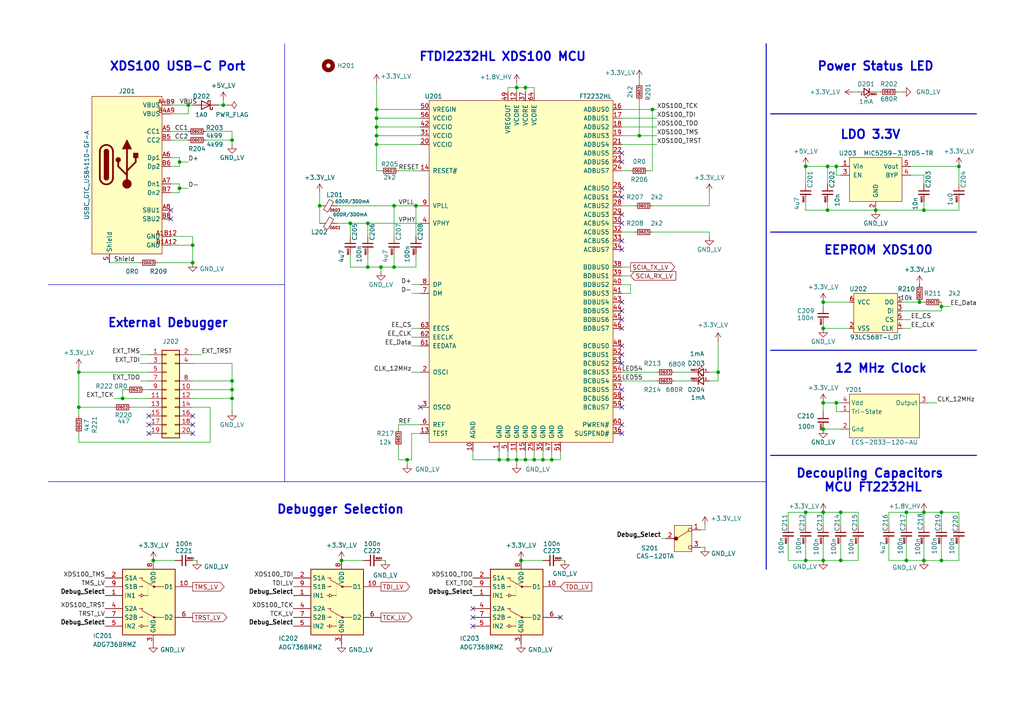
<source format=kicad_sch>
(kicad_sch (version 20231120) (generator "eeschema") (generator_version "8.0")
  (paper "A4")
  (title_block (title "LCB-CCB-01: Control Board - Debugger XDS100  / JTAG") (date "2024-12-12") (rev "1.1.0") (company "PADERBORN UNIVERSITY DEPARTMENT OF POWER ELECTRONICS AND ELECTRICAL DRIVES"))
  (junction (at 52.07 46.99))
  (junction (at 120.65 59.69))
  (junction (at 92.71 59.69))
  (junction (at 243.84 162.56))
  (junction (at 67.31 40.64))
  (junction (at 266.7 87.63))
  (junction (at 240.03 48.26))
  (junction (at 157.48 133.35))
  (junction (at 99.06 162.56))
  (junction (at 35.56 115.57))
  (junction (at 106.68 64.77))
  (junction (at 144.78 133.35))
  (junction (at 233.68 162.56))
  (junction (at 267.97 148.59))
  (junction (at 101.6 64.77))
  (junction (at 149.86 133.35))
  (junction (at 55.88 76.2))
  (junction (at 240.03 60.96))
  (junction (at 278.13 48.26))
  (junction (at 67.31 110.49))
  (junction (at 243.84 148.59))
  (junction (at 267.97 162.56))
  (junction (at 109.22 39.37))
  (junction (at 147.32 133.35))
  (junction (at 55.88 71.12))
  (junction (at 262.89 162.56))
  (junction (at 262.89 148.59))
  (junction (at 154.94 133.35))
  (junction (at 64.77 30.48))
  (junction (at 267.97 60.96))
  (junction (at 185.42 39.37))
  (junction (at 118.11 133.35))
  (junction (at 109.22 34.29))
  (junction (at 152.4 133.35))
  (junction (at 233.68 48.26))
  (junction (at 109.22 36.83))
  (junction (at 152.4 25.4))
  (junction (at 67.31 115.57))
  (junction (at 44.45 162.56))
  (junction (at 109.22 31.75))
  (junction (at 208.28 107.95))
  (junction (at 149.86 25.4))
  (junction (at 238.76 95.25))
  (junction (at 273.05 148.59))
  (junction (at 242.57 48.26))
  (junction (at 233.68 148.59))
  (junction (at 114.3 77.47))
  (junction (at 52.07 54.61))
  (junction (at 54.61 30.48))
  (junction (at 114.3 59.69))
  (junction (at 238.76 162.56))
  (junction (at 110.49 77.47))
  (junction (at 160.02 133.35))
  (junction (at 242.57 116.84))
  (junction (at 254 60.96))
  (junction (at 238.76 148.59))
  (junction (at 67.31 113.03))
  (junction (at 109.22 41.91))
  (junction (at 238.76 124.46))
  (junction (at 238.76 87.63))
  (junction (at 22.86 118.11))
  (junction (at 238.76 116.84))
  (junction (at 22.86 107.95))
  (junction (at 151.13 162.56))
  (junction (at 273.05 88.9))
  (junction (at 273.05 162.56))
  (junction (at 189.23 31.75))
  (junction (at 106.68 77.47))
  (no_connect (at 180.34 69.85))
  (no_connect (at 180.34 90.17))
  (no_connect (at 180.34 102.87))
  (no_connect (at 49.53 60.96))
  (no_connect (at 162.56 179.07))
  (no_connect (at 180.34 72.39))
  (no_connect (at 180.34 95.25))
  (no_connect (at 43.18 125.73))
  (no_connect (at 180.34 118.11))
  (no_connect (at 180.34 123.19))
  (no_connect (at 180.34 125.73))
  (no_connect (at 137.16 181.61))
  (no_connect (at 180.34 115.57))
  (no_connect (at 43.18 123.19))
  (no_connect (at 180.34 92.71))
  (no_connect (at 180.34 46.99))
  (no_connect (at 180.34 44.45))
  (no_connect (at 43.18 120.65))
  (no_connect (at 180.34 57.15))
  (no_connect (at 180.34 64.77))
  (no_connect (at 180.34 62.23))
  (no_connect (at 55.88 120.65))
  (no_connect (at 180.34 105.41))
  (no_connect (at 55.88 123.19))
  (no_connect (at 180.34 100.33))
  (no_connect (at 180.34 87.63))
  (no_connect (at 49.53 63.5))
  (no_connect (at 137.16 176.53))
  (no_connect (at 137.16 179.07))
  (no_connect (at 180.34 113.03))
  (no_connect (at 55.88 125.73))
  (no_connect (at 180.34 54.61))
  (no_connect (at 121.92 118.11))
  (wire (pts (xy 55.88 71.12) (xy 55.88 76.2)))
  (wire (pts (xy 180.34 67.31) (xy 184.15 67.31)))
  (wire (pts (xy 233.68 60.96) (xy 240.03 60.96)))
  (wire (pts (xy 180.34 49.53) (xy 182.88 49.53)))
  (wire (pts (xy 254 26.67) (xy 255.27 26.67)))
  (wire (pts (xy 262.89 148.59) (xy 262.89 152.4)))
  (wire (pts (xy 257.81 162.56) (xy 262.89 162.56)))
  (wire (pts (xy 180.34 39.37) (xy 185.42 39.37)))
  (wire (pts (xy 248.92 157.48) (xy 248.92 162.56)))
  (wire (pts (xy 109.22 39.37) (xy 109.22 36.83)))
  (wire (pts (xy 162.56 162.56) (xy 163.83 162.56)))
  (wire (pts (xy 49.53 55.88) (xy 52.07 55.88)))
  (wire (pts (xy 115.57 123.19) (xy 121.92 123.19)))
  (wire (pts (xy 264.16 50.8) (xy 267.97 50.8)))
  (wire (pts (xy 22.86 118.11) (xy 22.86 107.95)))
  (wire (pts (xy 49.53 38.1) (xy 54.61 38.1)))
  (wire (pts (xy 114.3 73.66) (xy 114.3 77.47)))
  (wire (pts (xy 52.07 53.34) (xy 49.53 53.34)))
  (wire (pts (xy 261.62 92.71) (xy 264.16 92.71)))
  (wire (pts (xy 106.68 64.77) (xy 106.68 68.58)))
  (polyline (pts (xy 222.25 165.1) (xy 222.25 12.7)) (stroke (width 0.3) (type solid)))
  (polyline (pts (xy 223.52 132.08) (xy 283.21 132.08)) (stroke (width 0.3)))
  (wire (pts (xy 180.34 34.29) (xy 190.5 34.29)))
  (wire (pts (xy 99.06 162.56) (xy 105.41 162.56)))
  (wire (pts (xy 55.88 102.87) (xy 58.42 102.87)))
  (wire (pts (xy 273.05 88.9) (xy 273.05 87.63)))
  (wire (pts (xy 63.5 30.48) (xy 64.77 30.48)))
  (wire (pts (xy 114.3 59.69) (xy 120.65 59.69)))
  (wire (pts (xy 137.16 133.35) (xy 144.78 133.35)))
  (wire (pts (xy 60.96 128.27) (xy 60.96 118.11)))
  (wire (pts (xy 185.42 39.37) (xy 190.5 39.37)))
  (wire (pts (xy 261.62 87.63) (xy 266.7 87.63)))
  (wire (pts (xy 22.86 125.73) (xy 22.86 128.27)))
  (wire (pts (xy 55.88 68.58) (xy 55.88 71.12)))
  (wire (pts (xy 119.38 95.25) (xy 121.92 95.25)))
  (wire (pts (xy 233.68 152.4) (xy 233.68 148.59)))
  (wire (pts (xy 243.84 119.38) (xy 242.57 119.38)))
  (wire (pts (xy 114.3 59.69) (xy 114.3 68.58)))
  (wire (pts (xy 149.86 133.35) (xy 152.4 133.35)))
  (wire (pts (xy 242.57 116.84) (xy 238.76 116.84)))
  (wire (pts (xy 115.57 129.54) (xy 115.57 133.35)))
  (wire (pts (xy 67.31 38.1) (xy 67.31 40.64)))
  (wire (pts (xy 180.34 36.83) (xy 190.5 36.83)))
  (wire (pts (xy 238.76 157.48) (xy 238.76 162.56)))
  (wire (pts (xy 243.84 50.8) (xy 242.57 50.8)))
  (wire (pts (xy 242.57 48.26) (xy 243.84 48.26)))
  (wire (pts (xy 243.84 162.56) (xy 248.92 162.56)))
  (wire (pts (xy 260.35 26.67) (xy 261.62 26.67)))
  (polyline (pts (xy 82.55 82.55) (xy 82.55 139.7)))
  (wire (pts (xy 22.86 107.95) (xy 43.18 107.95)))
  (wire (pts (xy 115.57 123.19) (xy 115.57 124.46)))
  (wire (pts (xy 240.03 48.26) (xy 240.03 53.34)))
  (wire (pts (xy 180.34 59.69) (xy 184.15 59.69)))
  (wire (pts (xy 147.32 133.35) (xy 149.86 133.35)))
  (wire (pts (xy 243.84 116.84) (xy 242.57 116.84)))
  (wire (pts (xy 267.97 162.56) (xy 273.05 162.56)))
  (wire (pts (xy 119.38 97.79) (xy 121.92 97.79)))
  (wire (pts (xy 208.28 110.49) (xy 208.28 107.95)))
  (wire (pts (xy 45.72 76.2) (xy 55.88 76.2)))
  (wire (pts (xy 248.92 152.4) (xy 248.92 148.59)))
  (wire (pts (xy 240.03 60.96) (xy 254 60.96)))
  (wire (pts (xy 182.88 82.55) (xy 182.88 85.09)))
  (wire (pts (xy 55.88 115.57) (xy 67.31 115.57)))
  (wire (pts (xy 180.34 110.49) (xy 190.5 110.49)))
  (wire (pts (xy 52.07 55.88) (xy 52.07 54.61)))
  (wire (pts (xy 120.65 59.69) (xy 121.92 59.69)))
  (wire (pts (xy 49.53 48.26) (xy 52.07 48.26)))
  (wire (pts (xy 109.22 41.91) (xy 109.22 39.37)))
  (wire (pts (xy 144.78 133.35) (xy 147.32 133.35)))
  (wire (pts (xy 49.53 71.12) (xy 55.88 71.12)))
  (wire (pts (xy 180.34 85.09) (xy 182.88 85.09)))
  (wire (pts (xy 52.07 46.99) (xy 54.61 46.99)))
  (wire (pts (xy 267.97 60.96) (xy 267.97 58.42)))
  (wire (pts (xy 67.31 110.49) (xy 67.31 113.03)))
  (wire (pts (xy 31.75 76.2) (xy 40.64 76.2)))
  (wire (pts (xy 278.13 152.4) (xy 278.13 148.59)))
  (wire (pts (xy 119.38 100.33) (xy 121.92 100.33)))
  (wire (pts (xy 38.1 118.11) (xy 43.18 118.11)))
  (wire (pts (xy 149.86 24.13) (xy 149.86 25.4)))
  (wire (pts (xy 119.38 107.95) (xy 121.92 107.95)))
  (wire (pts (xy 59.69 38.1) (xy 67.31 38.1)))
  (wire (pts (xy 41.91 113.03) (xy 43.18 113.03)))
  (wire (pts (xy 109.22 49.53) (xy 109.22 41.91)))
  (wire (pts (xy 238.76 162.56) (xy 243.84 162.56)))
  (wire (pts (xy 52.07 45.72) (xy 49.53 45.72)))
  (wire (pts (xy 147.32 26.67) (xy 147.32 25.4)))
  (wire (pts (xy 180.34 77.47) (xy 182.88 77.47)))
  (wire (pts (xy 160.02 133.35) (xy 162.56 133.35)))
  (wire (pts (xy 35.56 113.03) (xy 35.56 115.57)))
  (wire (pts (xy 254 60.96) (xy 267.97 60.96)))
  (wire (pts (xy 262.89 157.48) (xy 262.89 162.56)))
  (wire (pts (xy 261.62 95.25) (xy 264.16 95.25)))
  (wire (pts (xy 49.53 40.64) (xy 54.61 40.64)))
  (wire (pts (xy 35.56 113.03) (xy 36.83 113.03)))
  (wire (pts (xy 242.57 50.8) (xy 242.57 48.26)))
  (wire (pts (xy 149.86 25.4) (xy 152.4 25.4)))
  (wire (pts (xy 54.61 33.02) (xy 54.61 30.48)))
  (wire (pts (xy 149.86 130.81) (xy 149.86 133.35)))
  (wire (pts (xy 189.23 31.75) (xy 189.23 49.53)))
  (wire (pts (xy 106.68 77.47) (xy 110.49 77.47)))
  (wire (pts (xy 52.07 54.61) (xy 52.07 53.34)))
  (wire (pts (xy 233.68 148.59) (xy 228.6 148.59)))
  (wire (pts (xy 195.58 107.95) (xy 200.66 107.95)))
  (wire (pts (xy 33.02 115.57) (xy 35.56 115.57)))
  (wire (pts (xy 266.7 87.63) (xy 267.97 87.63)))
  (wire (pts (xy 262.89 162.56) (xy 267.97 162.56)))
  (wire (pts (xy 228.6 157.48) (xy 228.6 162.56)))
  (wire (pts (xy 120.65 59.69) (xy 120.65 68.58)))
  (wire (pts (xy 238.76 116.84) (xy 238.76 119.38)))
  (polyline (pts (xy 223.52 67.31) (xy 283.21 67.31)) (stroke (width 0.3)))
  (wire (pts (xy 261.62 90.17) (xy 273.05 90.17)))
  (wire (pts (xy 264.16 48.26) (xy 278.13 48.26)))
  (wire (pts (xy 137.16 130.81) (xy 137.16 133.35)))
  (wire (pts (xy 118.11 134.62) (xy 118.11 133.35)))
  (wire (pts (xy 273.05 148.59) (xy 278.13 148.59)))
  (wire (pts (xy 180.34 41.91) (xy 190.5 41.91)))
  (wire (pts (xy 49.53 33.02) (xy 54.61 33.02)))
  (wire (pts (xy 246.38 95.25) (xy 238.76 95.25)))
  (wire (pts (xy 144.78 130.81) (xy 144.78 133.35)))
  (wire (pts (xy 160.02 130.81) (xy 160.02 133.35)))
  (wire (pts (xy 257.81 148.59) (xy 262.89 148.59)))
  (wire (pts (xy 22.86 128.27) (xy 60.96 128.27)))
  (polyline (pts (xy 82.55 139.7) (xy 222.25 139.7)))
  (wire (pts (xy 233.68 48.26) (xy 240.03 48.26)))
  (wire (pts (xy 151.13 162.56) (xy 157.48 162.56)))
  (wire (pts (xy 187.96 49.53) (xy 189.23 49.53)))
  (wire (pts (xy 204.47 153.67) (xy 204.47 152.4)))
  (wire (pts (xy 273.05 152.4) (xy 273.05 148.59)))
  (wire (pts (xy 152.4 26.67) (xy 152.4 25.4)))
  (wire (pts (xy 273.05 90.17) (xy 273.05 88.9)))
  (wire (pts (xy 115.57 49.53) (xy 121.92 49.53)))
  (wire (pts (xy 101.6 64.77) (xy 101.6 68.58)))
  (wire (pts (xy 243.84 148.59) (xy 248.92 148.59)))
  (wire (pts (xy 109.22 34.29) (xy 109.22 31.75)))
  (wire (pts (xy 233.68 148.59) (xy 238.76 148.59)))
  (wire (pts (xy 40.64 105.41) (xy 43.18 105.41)))
  (wire (pts (xy 233.68 48.26) (xy 233.68 53.34)))
  (wire (pts (xy 152.4 130.81) (xy 152.4 133.35)))
  (wire (pts (xy 243.84 124.46) (xy 238.76 124.46)))
  (wire (pts (xy 101.6 73.66) (xy 101.6 77.47)))
  (wire (pts (xy 106.68 73.66) (xy 106.68 77.47)))
  (wire (pts (xy 67.31 113.03) (xy 67.31 115.57)))
  (wire (pts (xy 157.48 133.35) (xy 160.02 133.35)))
  (polyline (pts (xy 223.52 33.02) (xy 283.21 33.02)) (stroke (width 0.3)))
  (wire (pts (xy 109.22 36.83) (xy 109.22 34.29)))
  (wire (pts (xy 157.48 130.81) (xy 157.48 133.35)))
  (wire (pts (xy 233.68 162.56) (xy 238.76 162.56)))
  (wire (pts (xy 262.89 148.59) (xy 267.97 148.59)))
  (wire (pts (xy 205.74 59.69) (xy 205.74 55.88)))
  (wire (pts (xy 180.34 82.55) (xy 182.88 82.55)))
  (wire (pts (xy 44.45 162.56) (xy 50.8 162.56)))
  (wire (pts (xy 121.92 41.91) (xy 109.22 41.91)))
  (wire (pts (xy 92.71 55.88) (xy 92.71 59.69)))
  (wire (pts (xy 242.57 116.84) (xy 242.57 119.38)))
  (wire (pts (xy 147.32 25.4) (xy 149.86 25.4)))
  (wire (pts (xy 40.64 110.49) (xy 43.18 110.49)))
  (wire (pts (xy 154.94 133.35) (xy 157.48 133.35)))
  (wire (pts (xy 35.56 115.57) (xy 43.18 115.57)))
  (wire (pts (xy 185.42 22.86) (xy 185.42 24.13)))
  (wire (pts (xy 52.07 54.61) (xy 54.61 54.61)))
  (wire (pts (xy 185.42 29.21) (xy 185.42 39.37)))
  (wire (pts (xy 267.97 148.59) (xy 273.05 148.59)))
  (wire (pts (xy 54.61 30.48) (xy 55.88 30.48)))
  (wire (pts (xy 101.6 77.47) (xy 106.68 77.47)))
  (wire (pts (xy 64.77 30.48) (xy 66.04 30.48)))
  (wire (pts (xy 257.81 152.4) (xy 257.81 148.59)))
  (wire (pts (xy 67.31 40.64) (xy 67.31 41.91)))
  (wire (pts (xy 119.38 133.35) (xy 119.38 125.73)))
  (wire (pts (xy 115.57 133.35) (xy 118.11 133.35)))
  (wire (pts (xy 110.49 77.47) (xy 114.3 77.47)))
  (polyline (pts (xy 82.55 12.7) (xy 82.55 82.55)))
  (wire (pts (xy 121.92 31.75) (xy 109.22 31.75)))
  (wire (pts (xy 205.74 107.95) (xy 208.28 107.95)))
  (wire (pts (xy 278.13 60.96) (xy 278.13 58.42)))
  (wire (pts (xy 59.69 40.64) (xy 67.31 40.64)))
  (wire (pts (xy 189.23 31.75) (xy 190.5 31.75)))
  (wire (pts (xy 195.58 110.49) (xy 200.66 110.49)))
  (wire (pts (xy 49.53 68.58) (xy 55.88 68.58)))
  (wire (pts (xy 238.76 148.59) (xy 238.76 152.4)))
  (wire (pts (xy 189.23 67.31) (xy 205.74 67.31)))
  (wire (pts (xy 121.92 36.83) (xy 109.22 36.83)))
  (wire (pts (xy 49.53 30.48) (xy 54.61 30.48)))
  (wire (pts (xy 55.88 162.56) (xy 57.15 162.56)))
  (wire (pts (xy 147.32 130.81) (xy 147.32 133.35)))
  (wire (pts (xy 149.86 26.67) (xy 149.86 25.4)))
  (wire (pts (xy 247.65 26.67) (xy 248.92 26.67)))
  (wire (pts (xy 119.38 85.09) (xy 121.92 85.09)))
  (wire (pts (xy 110.49 78.74) (xy 110.49 77.47)))
  (wire (pts (xy 267.97 60.96) (xy 278.13 60.96)))
  (wire (pts (xy 189.23 59.69) (xy 205.74 59.69)))
  (wire (pts (xy 40.64 102.87) (xy 43.18 102.87)))
  (polyline (pts (xy 13.97 82.55) (xy 82.55 82.55)))
  (wire (pts (xy 97.79 64.77) (xy 101.6 64.77)))
  (wire (pts (xy 267.97 148.59) (xy 267.97 152.4)))
  (wire (pts (xy 118.11 133.35) (xy 119.38 133.35)))
  (wire (pts (xy 64.77 30.48) (xy 64.77 29.21)))
  (wire (pts (xy 180.34 31.75) (xy 189.23 31.75)))
  (wire (pts (xy 208.28 99.06) (xy 208.28 107.95)))
  (polyline (pts (xy 13.97 139.7) (xy 82.55 139.7)))
  (wire (pts (xy 238.76 148.59) (xy 243.84 148.59)))
  (wire (pts (xy 106.68 64.77) (xy 121.92 64.77)))
  (wire (pts (xy 203.2 153.67) (xy 204.47 153.67)))
  (wire (pts (xy 52.07 48.26) (xy 52.07 46.99)))
  (wire (pts (xy 119.38 82.55) (xy 121.92 82.55)))
  (wire (pts (xy 22.86 118.11) (xy 33.02 118.11)))
  (wire (pts (xy 67.31 105.41) (xy 67.31 110.49)))
  (wire (pts (xy 110.49 162.56) (xy 111.76 162.56)))
  (wire (pts (xy 228.6 162.56) (xy 233.68 162.56)))
  (wire (pts (xy 278.13 162.56) (xy 278.13 157.48)))
  (wire (pts (xy 190.5 107.95) (xy 180.34 107.95)))
  (wire (pts (xy 152.4 133.35) (xy 154.94 133.35)))
  (wire (pts (xy 55.88 113.03) (xy 67.31 113.03)))
  (wire (pts (xy 114.3 77.47) (xy 120.65 77.47)))
  (wire (pts (xy 52.07 46.99) (xy 52.07 45.72)))
  (wire (pts (xy 149.86 134.62) (xy 149.86 133.35)))
  (wire (pts (xy 278.13 48.26) (xy 278.13 53.34)))
  (wire (pts (xy 233.68 58.42) (xy 233.68 60.96)))
  (wire (pts (xy 246.38 87.63) (xy 238.76 87.63)))
  (wire (pts (xy 243.84 157.48) (xy 243.84 162.56)))
  (wire (pts (xy 267.97 50.8) (xy 267.97 53.34)))
  (polyline (pts (xy 223.52 101.6) (xy 283.21 101.6)) (stroke (width 0.3)))
  (wire (pts (xy 205.74 110.49) (xy 208.28 110.49)))
  (wire (pts (xy 203.2 158.75) (xy 204.47 158.75)))
  (wire (pts (xy 154.94 25.4) (xy 154.94 26.67)))
  (wire (pts (xy 121.92 34.29) (xy 109.22 34.29)))
  (wire (pts (xy 257.81 157.48) (xy 257.81 162.56)))
  (wire (pts (xy 273.05 162.56) (xy 278.13 162.56)))
  (wire (pts (xy 97.79 59.69) (xy 114.3 59.69)))
  (wire (pts (xy 120.65 77.47) (xy 120.65 73.66)))
  (wire (pts (xy 233.68 157.48) (xy 233.68 162.56)))
  (wire (pts (xy 228.6 148.59) (xy 228.6 152.4)))
  (wire (pts (xy 243.84 152.4) (xy 243.84 148.59)))
  (wire (pts (xy 22.86 120.65) (xy 22.86 118.11)))
  (wire (pts (xy 267.97 157.48) (xy 267.97 162.56)))
  (wire (pts (xy 55.88 110.49) (xy 67.31 110.49)))
  (wire (pts (xy 180.34 80.01) (xy 182.88 80.01)))
  (wire (pts (xy 121.92 39.37) (xy 109.22 39.37)))
  (wire (pts (xy 60.96 118.11) (xy 55.88 118.11)))
  (wire (pts (xy 240.03 48.26) (xy 242.57 48.26)))
  (wire (pts (xy 152.4 25.4) (xy 154.94 25.4)))
  (wire (pts (xy 269.24 116.84) (xy 271.78 116.84)))
  (wire (pts (xy 191.77 156.21) (xy 193.04 156.21)))
  (wire (pts (xy 154.94 130.81) (xy 154.94 133.35)))
  (wire (pts (xy 109.22 49.53) (xy 110.49 49.53)))
  (wire (pts (xy 67.31 115.57) (xy 67.31 119.38)))
  (wire (pts (xy 22.86 107.95) (xy 22.86 106.68)))
  (wire (pts (xy 162.56 133.35) (xy 162.56 130.81)))
  (wire (pts (xy 121.92 125.73) (xy 119.38 125.73)))
  (wire (pts (xy 273.05 88.9) (xy 275.59 88.9)))
  (wire (pts (xy 101.6 64.77) (xy 106.68 64.77)))
  (wire (pts (xy 205.74 68.58) (xy 205.74 67.31)))
  (wire (pts (xy 55.88 105.41) (xy 67.31 105.41)))
  (wire (pts (xy 92.71 59.69) (xy 92.71 64.77)))
  (wire (pts (xy 238.76 88.9) (xy 238.76 87.63)))
  (wire (pts (xy 238.76 93.98) (xy 238.76 95.25)))
  (wire (pts (xy 109.22 31.75) (xy 109.22 24.13)))
  (wire (pts (xy 240.03 58.42) (xy 240.03 60.96)))
  (wire (pts (xy 273.05 157.48) (xy 273.05 162.56)))
  (text "Power Status LED" (at 271.018 20.828 0) (effects (font (size 2.5 2.5) (bold yes)) (justify right bottom)))
  (text "EEPROM XDS100" (at 270.764 74.168 0) (effects (font (size 2.5 2.5) (bold yes)) (justify right bottom)))
  (text "Decoupling Capacitors \nMCU FT2232HL" (at 253.238 139.446 0) (effects (font (size 2.5 2.5) (bold yes))))
  (text "Debugger Selection" (at 117.348 149.352 0) (effects (font (size 2.5 2.5) (bold yes)) (justify right bottom)))
  (text "External Debugger\n" (at 66.294 95.25 0) (effects (font (size 2.5 2.5) (bold yes)) (justify right bottom)))
  (text "XDS100 USB-C Port" (at 71.374 20.828 0) (effects (font (size 2.5 2.5) (bold yes)) (justify right bottom)))
  (text "FTDI2232HL XDS100 MCU" (at 121.412 18.034 0) (effects (font (size 2.5 2.5) (bold yes)) (justify left bottom)))
  (text "12 MHz Clock" (at 268.986 108.458 0) (effects (font (size 2.5 2.5) (bold yes)) (justify right bottom)))
  (text "LDO 3.3V" (at 261.366 40.64 0) (effects (font (size 2.5 2.5) (bold yes)) (justify right bottom)))
  (label "D+" (at 119.38 82.55 180))
  (label "D+" (at 54.61 46.99 0))
  (label "EXT_TCK" (at 33.02 115.57 180))
  (label "TMS_LV" (at 30.48 170.18 180))
  (label "XDS100_TDI" (at 85.09 167.64 180))
  (label "Debug_Select" (at 85.09 181.61 180) (effects (font (thickness 0.254) (bold yes))))
  (label "EXT_TDI" (at 40.64 105.41 180))
  (label "CC1" (at 54.61 38.1 180))
  (label "XDS100_TRST" (at 190.5 41.91 0))
  (label "XDS100_TDO" (at 190.5 36.83 0))
  (label "D-" (at 54.61 54.61 0))
  (label "EXT_TDO" (at 40.64 110.49 180))
  (label "EE_CS" (at 119.38 95.25 180))
  (label "EE_CS" (at 264.16 92.71 0))
  (label "CLK_12MHz" (at 271.78 116.84 0))
  (label "EXT_TMS" (at 40.64 102.87 180))
  (label "Shield" (at 33.02 76.2 0))
  (label "XDS100_TRST" (at 30.48 176.53 180))
  (label "Debug_Select" (at 30.48 181.61 180) (effects (font (thickness 0.254) (bold yes))))
  (label "TDI_LV" (at 85.09 170.18 180))
  (label "RESET" (at 115.57 49.53 0))
  (label "LED54" (at 180.34 107.95 0))
  (label "Debug_Select" (at 191.77 156.21 180) (effects (font (thickness 0.254) (bold yes))))
  (label "CC2" (at 54.61 40.64 180))
  (label "XDS100_TCK" (at 190.5 31.75 0))
  (label "VPLL" (at 115.57 59.69 0))
  (label "TRST_LV" (at 30.48 179.07 180))
  (label "XDS100_TMS" (at 30.48 167.64 180))
  (label "XDS100_TMS" (at 190.5 39.37 0))
  (label "EXT_TRST" (at 58.42 102.87 0))
  (label "Debug_Select" (at 137.16 172.72 180) (effects (font (thickness 0.254) (bold yes))))
  (label "VPHY" (at 115.57 64.77 0))
  (label "REF" (at 115.57 123.19 0))
  (label "EE_CLK" (at 119.38 97.79 180))
  (label "LED55" (at 180.34 110.49 0))
  (label "EE_Data" (at 119.38 100.33 180))
  (label "D-" (at 119.38 85.09 180))
  (label "CLK_12MHz" (at 119.38 107.95 180))
  (label "XDS100_TCK" (at 85.09 176.53 180))
  (label "XDS100_TDI" (at 190.5 34.29 0))
  (label "EXT_TDO" (at 137.16 170.18 180))
  (label "TCK_LV" (at 85.09 179.07 180))
  (label "XDS100_TDO" (at 137.16 167.64 180))
  (label "Debug_Select" (at 30.48 172.72 180) (effects (font (thickness 0.254) (bold yes))))
  (label "EE_CLK" (at 264.16 95.25 0))
  (label "EE_Data" (at 275.59 88.9 0))
  (label "Debug_Select" (at 85.09 172.72 180) (effects (font (thickness 0.254) (bold yes))))
  (label "VBUS" (at 52.07 30.48 0))
  (global_label "TMS_LV" (shape output) (at 55.88 170.18 0) (property "Intersheetrefs" "${INTERSHEET_REFS}" (effects (hide yes))))
  (global_label "SCIA_TX_LV" (shape output) (at 182.88 77.47 0) (property "Intersheetrefs" "${INTERSHEET_REFS}" (effects (hide yes))))
  (global_label "TDO_LV" (shape input) (at 162.56 170.18 0) (property "Intersheetrefs" "${INTERSHEET_REFS}" (effects (hide yes))))
  (global_label "TRST_LV" (shape output) (at 55.88 179.07 0) (property "Intersheetrefs" "${INTERSHEET_REFS}" (effects (hide yes))))
  (global_label "TCK_LV" (shape output) (at 110.49 179.07 0) (property "Intersheetrefs" "${INTERSHEET_REFS}" (effects (hide yes))))
  (global_label "TDI_LV" (shape output) (at 110.49 170.18 0) (property "Intersheetrefs" "${INTERSHEET_REFS}" (effects (hide yes))))
  (global_label "SCIA_RX_LV" (shape input) (at 182.88 80.01 0) (property "Intersheetrefs" "${INTERSHEET_REFS}" (effects (hide yes))))
  (symbol (lib_id "LEA_SymbolLibrary:+5V_LV") (at 64.77 29.21 0) (unit 1)
    (property "Reference" "#PWR0204" (effects (hide yes)))
    (property "Value" "+5V_LV" (at 64.77 24.8158 0))
    (property "Description" "Power symbol creates a global label with name \"+5V_LV\"" (effects (hide yes)))
  )
  (symbol (lib_id "LEA_SymbolLibrary:GND_LV") (at 55.88 76.2 0) (unit 1)
    (property "Reference" "#PWR0215" (effects (hide yes)))
    (property "Value" "GND_LV" (at 61.468 77.978 0))
    (property "Description" "Power symbol creates a global label with name \"GND_LV\" , ground" (effects (hide yes)))
  )
  (symbol (lib_id "LEA_SymbolLibrary:GND_LV") (at 67.31 41.91 0) (unit 1)
    (property "Reference" "#PWR0207" (effects (hide yes)))
    (property "Value" "GND_LV" (at 67.31 45.72 0))
    (property "Description" "Power symbol creates a global label with name \"GND_LV\" , ground" (effects (hide yes)))
  )
  (symbol (lib_id "LEA_SymbolLibrary:FT2232HL") (at 137.16 92.71 0) (unit 1)
    (property "Reference" "U201" (at 125.73 27.94 0))
    (property "Value" "FT2232HL" (at 172.72 27.94 0))
    (property "Footprint" "LEA_FootprintLibrary:LQFP-64_12x12_Pitch0.5mm_FTDI" (effects (hide yes)))
    (property "Datasheet" "https://ftdichip.com/wp-content/uploads/2020/07/DS_FT2232H.pdf" (effects (hide yes)))
    (property "Description" "USB Interface IC USB HS to Dual UART/ FIFO/SPI/JTAG/I2C" (effects (hide yes)))
    (property "Manufacturer" "FTDI" (effects (hide yes)))
    (property "mouser#" "895-FT2232HL-TRAY" (effects (hide yes)))
    (property "manf#" "FT2232HL-TRAY" (effects (hide yes)))
  )
  (symbol (lib_id "LEA_SymbolLibrary:GND_LV") (at 149.86 134.62 0) (unit 1)
    (property "Reference" "#PWR0222" (effects (hide yes)))
    (property "Value" "GND_LV" (at 155.956 136.144 0))
    (property "Description" "Power symbol creates a global label with name \"GND_LV\" , ground" (effects (hide yes)))
  )
  (symbol (lib_id "LEA_SymbolLibrary:GND_LV") (at 118.11 134.62 0) (unit 1)
    (property "Reference" "#PWR0221" (effects (hide yes)))
    (property "Value" "GND_LV" (at 123.952 136.144 0))
    (property "Description" "Power symbol creates a global label with name \"GND_LV\" , ground" (effects (hide yes)))
  )
  (symbol (lib_id "LEA_SymbolLibrary:EEPROM_93LC56BT-I_OT") (at 251.46 90.17 0) (unit 1)
    (property "Reference" "U202" (at 248.92 83.82 0))
    (property "Value" "93LC56BT-I_OT" (at 254 97.79 0))
    (property "Footprint" "LEA_FootprintLibrary:SOT-23-6_Microchip" (effects (hide yes)))
    (property "Datasheet" "http://ww1.microchip.com/downloads/en/devicedoc/21794f.pdf" (effects (hide yes)))
    (property "Description" "EEPROM Serial-Microwire 2K-Bit 128 x 16 2MHz,93LC56BT-I/OT,SOT-23-6,SMD" (effects (hide yes)))
    (property "Manufacturer" "Microchip" (effects (hide yes)))
    (property "mouser#" "579-93LC56BT-I/OT" (effects (hide yes)))
    (property "manf#" "93LC56BT-I/OT" (effects (hide yes)))
  )
  (symbol (lib_id "LEA_SymbolLibrary:GND_LV") (at 238.76 95.25 0) (unit 1)
    (property "Reference" "#PWR0219" (effects (hide yes)))
    (property "Value" "GND_LV" (at 238.76 99.06 0))
    (property "Description" "Power symbol creates a global label with name \"GND_LV\" , ground" (effects (hide yes)))
  )
  (symbol (lib_id "LEA_SymbolLibrary:MIC5259-3.3YD5-TR") (at 254 49.53 0) (unit 1) (exclude_from_sim yes)
    (property "Reference" "U203" (at 245.872 44.45 0))
    (property "Value" "MIC5259-3.3YD5-TR" (at 260.604 44.45 0))
    (property "Footprint" "LEA_FootprintLibrary:SOT-23-5_Microchip" (effects (hide yes)))
    (property "Datasheet" "https://ww1.microchip.com/downloads/en/DeviceDoc/mic5259.pdf" (effects (hide yes)))
    (property "Description" "LDO Voltage Regulator 3.3V 300mA" (effects (hide yes)))
    (property "Manufacturer" "Microchip" (effects (hide yes)))
    (property "mouser#" "998-MIC5259-3.3YD5TR" (effects (hide yes)))
    (property "manf#" "MIC5259-3.3YD5-TR" (effects (hide yes)))
    (property "Sim.Enable" "0" (effects (hide yes)))
  )
  (symbol (lib_id "LEA_SymbolLibrary:+3.3V_LV") (at 238.76 87.63 0) (unit 1)
    (property "Reference" "#PWR0216" (effects (hide yes)))
    (property "Value" "+3.3V_LV" (at 238.76 83.2358 0))
    (property "Description" "Power symbol creates a global label with name \"+3.3V_LV\"" (effects (hide yes)))
  )
  (symbol (lib_id "LEA_SymbolLibrary:+3.3V_LV") (at 266.7 82.55 0) (unit 1)
    (property "Reference" "#PWR0217" (effects (hide yes)))
    (property "Value" "+3.3V_LV" (at 266.7 78.1558 0))
    (property "Description" "Power symbol creates a global label with name \"+3.3V_LV\"" (effects (hide yes)))
  )
  (symbol (lib_id "LEA_SymbolLibrary:+3.3V_LV") (at 109.22 24.13 0) (unit 1)
    (property "Reference" "#PWR0205" (effects (hide yes)))
    (property "Value" "+3.3V_LV" (at 114.808 22.098 0))
    (property "Description" "Power symbol creates a global label with name \"+3.3V_LV\"" (effects (hide yes)))
  )
  (symbol (lib_id "LEA_SymbolLibrary:+1.8V_LV") (at 149.86 24.13 0) (unit 1)
    (property "Reference" "#PWR0203" (effects (hide yes)))
    (property "Value" "+1.8V_HV" (at 143.764 22.352 0))
    (property "Description" "Power symbol creates a global label with name \"+1.8V_LV\"" (effects (hide yes)))
  )
  (symbol (lib_id "LEA_SymbolLibrary:+3.3V_LV") (at 278.13 48.26 0) (unit 1)
    (property "Reference" "#PWR0209" (effects (hide yes)))
    (property "Value" "+3.3V_LV" (at 278.13 43.8658 0))
    (property "Description" "Power symbol creates a global label with name \"+3.3V_LV\"" (effects (hide yes)))
  )
  (symbol (lib_id "LEA_SymbolLibrary:C_0603_100n_X5R_10P__50V") (at 238.76 91.44 0) (unit 1) (exclude_from_sim yes)
    (property "Reference" "C209" (at 231.14 90.17 0) (effects (justify left)))
    (property "Value" "100n" (at 231.14 92.202 0) (effects (justify left)))
    (property "Footprint" "LEA_FootprintLibrary:C_0603" (effects (hide yes)))
    (property "Description" "Capacitor 0603" (effects (hide yes)))
    (property "Manufacturer" "TDK" (effects (hide yes)))
    (property "manf#" "C1608X5R1H104K" (effects (hide yes)))
    (property "mouser#" "810-C1608X5R1H104K" (effects (hide yes)))
  )
  (symbol (lib_id "LEA_SymbolLibrary:+5V_LV") (at 233.68 48.26 0) (unit 1)
    (property "Reference" "#PWR0208" (effects (hide yes)))
    (property "Value" "+5V_LV" (at 233.68 43.8658 0))
    (property "Description" "Power symbol creates a global label with name \"+5V_LV\"" (effects (hide yes)))
  )
  (symbol (lib_id "LEA_SymbolLibrary:C_0603__10n_X7R_10P__50V") (at 267.97 55.88 0) (unit 1) (exclude_from_sim yes)
    (property "Reference" "C203" (at 269.24 54.61 90) (effects (justify left)))
    (property "Value" "10n" (at 265.43 60.96 90) (effects (justify left)))
    (property "Footprint" "LEA_FootprintLibrary:C_0603" (effects (hide yes)))
    (property "Description" "Capacitor 0603" (effects (hide yes)))
    (property "Manufacturer" "TDK" (effects (hide yes)))
    (property "manf#" "CGA3E2X7R1H103K" (effects (hide yes)))
    (property "mouser#" "810-CGA3E2X7R1H103K" (effects (hide yes)))
  )
  (symbol (lib_id "LEA_SymbolLibrary:R_0603__0R0_THICK__1P__75V") (at 43.18 76.2 270) (unit 1) (exclude_from_sim yes)
    (property "Reference" "R209" (at 45.974 78.74 90))
    (property "Value" "0R0" (at 38.354 78.74 90))
    (property "Footprint" "LEA_FootprintLibrary:R_0603" (effects (hide yes)))
    (property "Description" "Resistor 0603" (effects (hide yes)))
    (property "Manufacturer" "Vishay" (effects (hide yes)))
    (property "manf#" "CRCW06030000Z0EAC" (effects (hide yes)))
    (property "mouser#" "71-CRCW06030000Z0EAC" (effects (hide yes)))
  )
  (symbol (lib_id "LEA_SymbolLibrary:R_0603__10k_THICK__1P__75V") (at 266.7 85.09 180) (unit 1) (exclude_from_sim yes)
    (property "Reference" "R210" (at 262.89 83.82 0))
    (property "Value" "10k" (at 262.89 86.36 0))
    (property "Footprint" "LEA_FootprintLibrary:R_0603" (effects (hide yes)))
    (property "Description" "Resistor 0603" (effects (hide yes)))
    (property "Manufacturer" "Vishay" (effects (hide yes)))
    (property "manf#" "CRCW060310K0FKEAC" (effects (hide yes)))
    (property "mouser#" "71-CRCW060310K0FKEAC" (effects (hide yes)))
  )
  (symbol (lib_id "LEA_SymbolLibrary:R_0603__2k2_THICK__1P__75V") (at 270.51 87.63 90) (unit 1) (exclude_from_sim yes)
    (property "Reference" "R211" (at 270.51 85.09 90))
    (property "Value" "2k2" (at 276.86 85.09 90))
    (property "Footprint" "LEA_FootprintLibrary:R_0603" (effects (hide yes)))
    (property "Description" "Resistor 0603" (effects (hide yes)))
    (property "Manufacturer" "Vishay" (effects (hide yes)))
    (property "manf#" "CRCW06032K20FKEAC" (effects (hide yes)))
    (property "mouser#" "71-CRCW06032K20FKEAC" (effects (hide yes)))
  )
  (symbol (lib_id "LEA_SymbolLibrary:R_0603__4k7_THICK__1P__75V") (at 57.15 38.1 270) (unit 1) (exclude_from_sim yes)
    (property "Reference" "R203" (at 62.23 37.084 90))
    (property "Value" "4k99" (at 59.69 39.37 90) (effects (justify left)))
    (property "Footprint" "LEA_FootprintLibrary:R_0603" (effects (hide yes)))
    (property "Description" "Resistor 0603" (effects (hide yes)))
    (property "Manufacturer" "Vishay" (effects (hide yes)))
    (property "mouser#" "71-CRCW06034K70FKEBC" (effects (hide yes)))
    (property "manf#" "CRCW06034K70FKEBC" (effects (hide yes)))
  )
  (symbol (lib_id "LEA_SymbolLibrary:R_0603__4k7_THICK__1P__75V") (at 57.15 40.64 90) (unit 1) (exclude_from_sim yes)
    (property "Reference" "R204" (at 57.15 43.18 90))
    (property "Value" "4k99" (at 64.77 41.91 90) (effects (justify left)))
    (property "Footprint" "LEA_FootprintLibrary:R_0603" (effects (hide yes)))
    (property "Description" "Resistor 0603" (effects (hide yes)))
    (property "Manufacturer" "Vishay" (effects (hide yes)))
    (property "mouser#" "71-CRCW06034K70FKEBC" (effects (hide yes)))
    (property "manf#" "CRCW06034K70FKEBC" (effects (hide yes)))
  )
  (symbol (lib_id "LEA_SymbolLibrary:C_0603__1u0_X5R_10P__50V") (at 278.13 55.88 0) (unit 1) (exclude_from_sim yes)
    (property "Reference" "C204" (at 279.4 54.61 90) (effects (justify left)))
    (property "Value" "1u0" (at 275.59 59.69 90) (effects (justify left)))
    (property "Footprint" "LEA_FootprintLibrary:C_0603" (effects (hide yes)))
    (property "Description" "Capacitor 0603" (effects (hide yes)))
    (property "Manufacturer" "TDK" (effects (hide yes)))
    (property "manf#" "C1608X5R1H105K" (effects (hide yes)))
    (property "mouser#" "810-C1608X5R1H105K" (effects (hide yes)))
  )
  (symbol (lib_id "LEA_SymbolLibrary:GND_LV") (at 254 60.96 0) (unit 1)
    (property "Reference" "#PWR0213" (effects (hide yes)))
    (property "Value" "GND_LV" (at 254 64.77 0))
    (property "Description" "Power symbol creates a global label with name \"GND_LV\" , ground" (effects (hide yes)))
  )
  (symbol (lib_id "LEA_SymbolLibrary:LED_0603_G_2mA_APTD1608LCGCK ") (at 251.46 26.67 180) (unit 1) (exclude_from_sim yes)
    (property "Reference" "D201" (at 251.206 24.384 0))
    (property "Value" "1mA" (at 251.206 29.464 0))
    (property "Footprint" "LEA_FootprintLibrary:LED_0603_G" (effects (hide yes)))
    (property "Datasheet" "https://www.mouser.de/datasheet/2/216/APTD1608LCGCK-1102124.pdf" (effects (hide yes)))
    (property "Description" "LED 0603, Green, If 2mA, Vf 1.9V" (effects (hide yes)))
    (property "Manufacturer" "Kingbright" (effects (hide yes)))
    (property "mouser#" "604-APTD1608LCGCK" (effects (hide yes)))
    (property "manf#" "APTD1608LCGCK" (effects (hide yes)))
  )
  (symbol (lib_id "LEA_SymbolLibrary:+3.3V_LV") (at 247.65 26.67 90) (unit 1)
    (property "Reference" "#PWR0201" (effects (hide yes)))
    (property "Value" "+3.3V_LV" (at 239.268 26.67 90))
    (property "Description" "Power symbol creates a global label with name \"+3.3V_LV\"" (effects (hide yes)))
  )
  (symbol (lib_id "LEA_SymbolLibrary:GND_LV") (at 261.62 26.67 90) (unit 1)
    (property "Reference" "#PWR0206" (effects (hide yes)))
    (property "Value" "GND_LV" (at 269.24 26.67 90))
    (property "Description" "Power symbol creates a global label with name \"GND_LV\" , ground" (effects (hide yes)))
  )
  (symbol (lib_id "LEA_SymbolLibrary:R_0603_680R_THICK__1P__75V") (at 257.81 26.67 270) (unit 1) (exclude_from_sim yes)
    (property "Reference" "R202" (at 257.81 24.384 90))
    (property "Value" "680R" (at 255.27 28.702 90) (effects (justify left)))
    (property "Footprint" "LEA_FootprintLibrary:R_0603" (effects (hide yes)))
    (property "Description" "Resistor 0603" (effects (hide yes)))
    (property "Manufacturer" "Vishay" (effects (hide yes)))
    (property "manf#" "CRCW0603680RFKEAC" (effects (hide yes)))
    (property "mouser#" "71-CRCW0603680RFKEAC" (effects (hide yes)))
  )
  (symbol (lib_id "LEA_SymbolLibrary:R_0603__2k2_THICK__1P__75V") (at 186.69 67.31 270) (unit 1) (exclude_from_sim yes)
    (property "Reference" "R208" (at 184.15 64.77 90))
    (property "Value" "2k2" (at 190.5 64.77 90))
    (property "Footprint" "LEA_FootprintLibrary:R_0603" (effects (hide yes)))
    (property "Description" "Resistor 0603" (effects (hide yes)))
    (property "Manufacturer" "Vishay" (effects (hide yes)))
    (property "manf#" "CRCW06032K20FKEAC" (effects (hide yes)))
    (property "mouser#" "71-CRCW06032K20FKEAC" (effects (hide yes)))
  )
  (symbol (lib_id "LEA_SymbolLibrary:GND_LV") (at 205.74 68.58 0) (unit 1)
    (property "Reference" "#PWR0212" (effects (hide yes)))
    (property "Value" "GND_LV" (at 205.74 72.39 0))
    (property "Description" "Power symbol creates a global label with name \"GND_LV\" , ground" (effects (hide yes)))
  )
  (symbol (lib_id "LEA_SymbolLibrary:LED_0603_G_2mA_APTD1608LCGCK ") (at 203.2 107.95 0) (unit 1) (exclude_from_sim yes)
    (property "Reference" "D203" (at 201.93 105.41 0))
    (property "Value" "1mA" (at 202.184 102.616 0))
    (property "Footprint" "LEA_FootprintLibrary:LED_0603_G" (effects (hide yes)))
    (property "Datasheet" "https://www.mouser.de/datasheet/2/216/APTD1608LCGCK-1102124.pdf" (effects (hide yes)))
    (property "Description" "LED 0603, Green, If 2mA, Vf 1.9V" (effects (hide yes)))
    (property "Manufacturer" "Kingbright" (effects (hide yes)))
    (property "mouser#" "604-APTD1608LCGCK" (effects (hide yes)))
    (property "manf#" "APTD1608LCGCK" (effects (hide yes)))
  )
  (symbol (lib_id "LEA_SymbolLibrary:R_0603_680R_THICK__1P__75V") (at 193.04 107.95 270) (unit 1) (exclude_from_sim yes)
    (property "Reference" "R213" (at 189.23 105.41 90))
    (property "Value" "680R" (at 193.802 105.664 90) (effects (justify left)))
    (property "Footprint" "LEA_FootprintLibrary:R_0603" (effects (hide yes)))
    (property "Description" "Resistor 0603" (effects (hide yes)))
    (property "Manufacturer" "Vishay" (effects (hide yes)))
    (property "manf#" "CRCW0603680RFKEAC" (effects (hide yes)))
    (property "mouser#" "71-CRCW0603680RFKEAC" (effects (hide yes)))
  )
  (symbol (lib_id "LEA_SymbolLibrary:R_0603_680R_THICK__1P__75V") (at 193.04 110.49 270) (unit 1) (exclude_from_sim yes)
    (property "Reference" "R214" (at 189.23 113.03 90))
    (property "Value" "680R" (at 193.04 113.03 90) (effects (justify left)))
    (property "Footprint" "LEA_FootprintLibrary:R_0603" (effects (hide yes)))
    (property "Description" "Resistor 0603" (effects (hide yes)))
    (property "Manufacturer" "Vishay" (effects (hide yes)))
    (property "manf#" "CRCW0603680RFKEAC" (effects (hide yes)))
    (property "mouser#" "71-CRCW0603680RFKEAC" (effects (hide yes)))
  )
  (symbol (lib_id "LEA_SymbolLibrary:LED_0603_G_2mA_APTD1608LCGCK ") (at 203.2 110.49 0) (unit 1) (exclude_from_sim yes)
    (property "Reference" "D204" (at 201.93 113.03 0))
    (property "Value" "1mA" (at 202.438 115.316 0))
    (property "Footprint" "LEA_FootprintLibrary:LED_0603_G" (effects (hide yes)))
    (property "Datasheet" "https://www.mouser.de/datasheet/2/216/APTD1608LCGCK-1102124.pdf" (effects (hide yes)))
    (property "Description" "LED 0603, Green, If 2mA, Vf 1.9V" (effects (hide yes)))
    (property "Manufacturer" "Kingbright" (effects (hide yes)))
    (property "mouser#" "604-APTD1608LCGCK" (effects (hide yes)))
    (property "manf#" "APTD1608LCGCK" (effects (hide yes)))
  )
  (symbol (lib_id "LEA_SymbolLibrary:+3.3V_LV") (at 208.28 99.06 0) (unit 1)
    (property "Reference" "#PWR0218" (effects (hide yes)))
    (property "Value" "+3.3V_LV" (at 206.756 94.234 0))
    (property "Description" "Power symbol creates a global label with name \"+3.3V_LV\"" (effects (hide yes)))
  )
  (symbol (lib_id "LEA_SymbolLibrary:Ferrite_0603_600R_300mA") (at 95.25 64.77 270) (unit 1) (exclude_from_sim yes)
    (property "Reference" "L202" (at 90.17 67.31 90) (effects (justify left)))
    (property "Value" "600R/300mA" (at 96.52 62.23 90) (effects (font (size 0.9906 0.9906)) (justify left)))
    (property "Footprint" "LEA_FootprintLibrary:L_0603" (effects (hide yes)))
    (property "Datasheet" "https://www.mouser.de/datasheet/2/643/ds_ST_FCB_0603_series-3420259.pdf" (effects (hide yes)))
    (property "Description" "Ferrite Bead, 0603, 600Ohm, 300mA" (effects (hide yes)))
    (property "Manufacturer" "Murata" (effects (hide yes)))
    (property "mouser#" "530-FCB-0603-601A " (effects (hide yes)))
    (property "manf#" "FCB-0603-601A " (effects (hide yes)))
  )
  (symbol (lib_id "LEA_SymbolLibrary:Ferrite_0603_600R_300mA") (at 95.25 59.69 270) (unit 1) (exclude_from_sim yes)
    (property "Reference" "L201" (at 94.615 56.515 90) (effects (justify left)))
    (property "Value" "600R/300mA" (at 97.155 58.42 90) (effects (font (size 0.9906 0.9906)) (justify left)))
    (property "Footprint" "LEA_FootprintLibrary:L_0603" (effects (hide yes)))
    (property "Datasheet" "https://www.mouser.de/datasheet/2/643/ds_ST_FCB_0603_series-3420259.pdf" (effects (hide yes)))
    (property "Description" "Ferrite Bead, 0603, 600Ohm, 300mA" (effects (hide yes)))
    (property "Manufacturer" "Murata" (effects (hide yes)))
    (property "mouser#" "530-FCB-0603-601A " (effects (hide yes)))
    (property "manf#" "FCB-0603-601A " (effects (hide yes)))
  )
  (symbol (lib_id "LEA_SymbolLibrary:R_0603__12k_THICK__1P__75V") (at 115.57 127 180) (unit 1) (exclude_from_sim yes)
    (property "Reference" "R217" (at 111.76 125.73 0))
    (property "Value" "12k" (at 111.76 128.27 0))
    (property "Footprint" "LEA_FootprintLibrary:R_0603" (effects (hide yes)))
    (property "Description" "Resistor 0603" (effects (hide yes)))
    (property "Manufacturer" "Vishay" (effects (hide yes)))
    (property "manf#" "CRCW060312K0FKEAC" (effects (hide yes)))
    (property "mouser#" "71-CRCW060312K0FKEAC" (effects (hide yes)))
  )
  (symbol (lib_id "LEA_SymbolLibrary:GND_LV") (at 110.49 78.74 0) (unit 1)
    (property "Reference" "#PWR0214" (effects (hide yes)))
    (property "Value" "GND_LV" (at 110.49 82.55 0))
    (property "Description" "Power symbol creates a global label with name \"GND_LV\" , ground" (effects (hide yes)))
  )
  (symbol (lib_id "LEA_SymbolLibrary:R_0603__2k2_THICK__1P__75V") (at 113.03 49.53 270) (unit 1) (exclude_from_sim yes)
    (property "Reference" "R205" (at 113.03 47.625 90))
    (property "Value" "2k2" (at 113.03 51.435 90))
    (property "Footprint" "LEA_FootprintLibrary:R_0603" (effects (hide yes)))
    (property "Description" "Resistor 0603" (effects (hide yes)))
    (property "Manufacturer" "Vishay" (effects (hide yes)))
    (property "manf#" "CRCW06032K20FKEAC" (effects (hide yes)))
    (property "mouser#" "71-CRCW06032K20FKEAC" (effects (hide yes)))
  )
  (symbol (lib_id "LEA_SymbolLibrary:+3.3V_LV") (at 92.71 55.88 0) (unit 1)
    (property "Reference" "#PWR0210" (effects (hide yes)))
    (property "Value" "+3.3V_LV" (at 92.71 51.4858 0))
    (property "Description" "Power symbol creates a global label with name \"+3.3V_LV\"" (effects (hide yes)))
  )
  (symbol (lib_id "LEA_SymbolLibrary:CAS-120TA") (at 198.12 156.21 0) (unit 1)
    (property "Reference" "S201" (at 188.468 159.004 0))
    (property "Value" "CAS-120TA" (at 189.992 161.29 0))
    (property "Footprint" "LEA_FootprintLibrary:CAS-120TA" (effects (hide yes)))
    (property "Datasheet" "https://www.mouser.de/datasheet/2/972/cas-1628136.pdf" (effects (hide yes)))
    (property "Description" "Slide Switches SPDT, ON-ON, slide, J-hook SMD terminals, 100mA @ 6V DC" (effects (hide yes)))
    (property "Manufacturer" "Nidec" (effects (hide yes)))
    (property "mouser#" "229-CAS-120TA" (effects (hide yes)))
    (property "manf#" "CAS-120TA" (effects (hide yes)))
  )
  (symbol (lib_id "LEA_SymbolLibrary:+3.3V_LV") (at 238.76 116.84 0) (unit 1)
    (property "Reference" "#PWR0220" (effects (hide yes)))
    (property "Value" "+3.3V_LV" (at 238.76 112.4458 0))
    (property "Description" "Power symbol creates a global label with name \"+3.3V_LV\"" (effects (hide yes)))
  )
  (symbol (lib_id "LEA_SymbolLibrary:GND_LV") (at 99.06 186.69 0) (unit 1)
    (property "Reference" "#PWR0921" (effects (hide yes)))
    (property "Value" "GND_LV" (at 104.648 188.468 0))
    (property "Description" "Power symbol creates a global label with name \"GND_LV\" , ground" (effects (hide yes)))
  )
  (symbol (lib_id "LEA_SymbolLibrary:C_0603__4u7_X5R_10P__35V") (at 114.3 71.12 0) (unit 1)
    (property "Reference" "C207" (at 115.57 69.85 90) (effects (justify left)))
    (property "Value" "4u7" (at 111.76 76.2 90) (effects (justify left)))
    (property "Footprint" "LEA_FootprintLibrary:C_0603" (effects (hide yes)))
    (property "Description" "Capacitor 0603" (effects (hide yes)))
    (property "Manufacturer" "TDK" (effects (hide yes)))
    (property "manf#" "C1608X5R1V475K" (effects (hide yes)))
    (property "mouser#" "810-C1608X5R1V475K" (effects (hide yes)))
  )
  (symbol (lib_id "LEA_SymbolLibrary:C_0603__10n_X7R_10P__50V") (at 240.03 55.88 0) (unit 1) (exclude_from_sim yes)
    (property "Reference" "C202" (at 241.3 54.61 90) (effects (justify left)))
    (property "Value" "10n" (at 242.824 59.944 90) (effects (justify left)))
    (property "Footprint" "LEA_FootprintLibrary:C_0603" (effects (hide yes)))
    (property "Description" "Capacitor 0603" (effects (hide yes)))
    (property "Manufacturer" "TDK" (effects (hide yes)))
    (property "manf#" "CGA3E2X7R1H103K" (effects (hide yes)))
    (property "mouser#" "810-CGA3E2X7R1H103K" (effects (hide yes)))
  )
  (symbol (lib_id "LEA_SymbolLibrary:GND_LV") (at 67.31 119.38 0) (unit 1)
    (property "Reference" "#PWR0227" (effects (hide yes)))
    (property "Value" "GND_LV" (at 67.31 123.19 0))
    (property "Description" "Power symbol creates a global label with name \"GND_LV\" , ground" (effects (hide yes)))
  )
  (symbol (lib_id "LEA_SymbolLibrary:+3.3V_LV") (at 22.86 106.68 0) (unit 1)
    (property "Reference" "#PWR0224" (effects (hide yes)))
    (property "Value" "+3.3V_LV" (at 22.86 102.2858 0))
    (property "Description" "Power symbol creates a global label with name \"+3.3V_LV\"" (effects (hide yes)))
  )
  (symbol (lib_id "LEA_SymbolLibrary:C_0603_100n_X5R_10P__50V") (at 160.02 162.56 90) (mirror x) (unit 1) (exclude_from_sim yes)
    (property "Reference" "C223" (at 162.56 159.766 90) (effects (justify left)))
    (property "Value" "100n" (at 162.56 157.734 90) (effects (justify left)))
    (property "Footprint" "LEA_FootprintLibrary:C_0603" (effects (hide yes)))
    (property "Description" "Capacitor 0603" (effects (hide yes)))
    (property "Manufacturer" "TDK" (effects (hide yes)))
    (property "manf#" "C1608X5R1H104K" (effects (hide yes)))
    (property "mouser#" "810-C1608X5R1H104K" (effects (hide yes)))
  )
  (symbol (lib_id "LEA_SymbolLibrary:C_0603_100n_X5R_10P__50V") (at 278.13 154.94 0) (unit 1) (exclude_from_sim yes)
    (property "Reference" "C220" (at 277.114 154.432 90) (effects (justify left)))
    (property "Value" "100n" (at 276.098 160.782 90) (effects (justify left)))
    (property "Footprint" "LEA_FootprintLibrary:C_0603" (effects (hide yes)))
    (property "Description" "Capacitor 0603" (effects (hide yes)))
    (property "Manufacturer" "TDK" (effects (hide yes)))
    (property "manf#" "C1608X5R1H104K" (effects (hide yes)))
    (property "mouser#" "810-C1608X5R1H104K" (effects (hide yes)))
  )
  (symbol (lib_id "LEA_SymbolLibrary:C_0603_100n_X5R_10P__50V") (at 248.92 154.94 0) (unit 1) (exclude_from_sim yes)
    (property "Reference" "C215" (at 247.904 154.178 90) (effects (justify left)))
    (property "Value" "100n" (at 246.888 161.036 90) (effects (justify left)))
    (property "Footprint" "LEA_FootprintLibrary:C_0603" (effects (hide yes)))
    (property "Description" "Capacitor 0603" (effects (hide yes)))
    (property "Manufacturer" "TDK" (effects (hide yes)))
    (property "manf#" "C1608X5R1H104K" (effects (hide yes)))
    (property "mouser#" "810-C1608X5R1H104K" (effects (hide yes)))
  )
  (symbol (lib_id "LEA_SymbolLibrary:GND_LV") (at 151.13 186.69 0) (unit 1)
    (property "Reference" "#PWR0922" (effects (hide yes)))
    (property "Value" "GND_LV" (at 156.718 188.468 0))
    (property "Description" "Power symbol creates a global label with name \"GND_LV\" , ground" (effects (hide yes)))
  )
  (symbol (lib_id "LEA_SymbolLibrary:GND_LV") (at 111.76 162.56 0) (unit 1)
    (property "Reference" "#PWR0917" (effects (hide yes)))
    (property "Value" "GND_LV" (at 111.76 166.878 0))
    (property "Description" "Power symbol creates a global label with name \"GND_LV\" , ground" (effects (hide yes)))
  )
  (symbol (lib_id "LEA_SymbolLibrary:C_0603_100n_X5R_10P__50V") (at 267.97 154.94 0) (unit 1) (exclude_from_sim yes)
    (property "Reference" "C218" (at 266.954 153.924 90) (effects (justify left)))
    (property "Value" "100n" (at 266.192 161.036 90) (effects (justify left)))
    (property "Footprint" "LEA_FootprintLibrary:C_0603" (effects (hide yes)))
    (property "Description" "Capacitor 0603" (effects (hide yes)))
    (property "Manufacturer" "TDK" (effects (hide yes)))
    (property "manf#" "C1608X5R1H104K" (effects (hide yes)))
    (property "mouser#" "810-C1608X5R1H104K" (effects (hide yes)))
  )
  (symbol (lib_id "LEA_SymbolLibrary:GND_LV") (at 238.76 162.56 0) (unit 1)
    (property "Reference" "#PWR0228" (effects (hide yes)))
    (property "Value" "GND_LV" (at 233.426 164.338 0))
    (property "Description" "Power symbol creates a global label with name \"GND_LV\" , ground" (effects (hide yes)))
  )
  (symbol (lib_id "LEA_SymbolLibrary:C_0603_100n_X5R_10P__50V") (at 262.89 154.94 0) (unit 1) (exclude_from_sim yes)
    (property "Reference" "C217" (at 261.874 154.178 90) (effects (justify left)))
    (property "Value" "100n" (at 261.112 160.782 90) (effects (justify left)))
    (property "Footprint" "LEA_FootprintLibrary:C_0603" (effects (hide yes)))
    (property "Description" "Capacitor 0603" (effects (hide yes)))
    (property "Manufacturer" "TDK" (effects (hide yes)))
    (property "manf#" "C1608X5R1H104K" (effects (hide yes)))
    (property "mouser#" "810-C1608X5R1H104K" (effects (hide yes)))
  )
  (symbol (lib_id "LEA_SymbolLibrary:GND_LV") (at 204.47 158.75 0) (unit 1)
    (property "Reference" "#PWR0913" (effects (hide yes)))
    (property "Value" "GND_LV" (at 209.804 160.528 0))
    (property "Description" "Power symbol creates a global label with name \"GND_LV\" , ground" (effects (hide yes)))
  )
  (symbol (lib_id "LEA_SymbolLibrary:R_0603__0R0_THICK__1P__75V") (at 39.37 113.03 90) (unit 1) (exclude_from_sim yes)
    (property "Reference" "R222" (at 30.226 112.014 90))
    (property "Value" "0R0" (at 35.052 112.014 90))
    (property "Footprint" "LEA_FootprintLibrary:R_0603" (effects (hide yes)))
    (property "Description" "Resistor 0603" (effects (hide yes)))
    (property "Manufacturer" "Vishay" (effects (hide yes)))
    (property "manf#" "CRCW06030000Z0EAC" (effects (hide yes)))
    (property "mouser#" "71-CRCW06030000Z0EAC" (effects (hide yes)))
  )
  (symbol (lib_id "LEA_SymbolLibrary:C_0603_100n_X5R_10P__50V") (at 53.34 162.56 90) (mirror x) (unit 1) (exclude_from_sim yes)
    (property "Reference" "C221" (at 55.88 159.766 90) (effects (justify left)))
    (property "Value" "100n" (at 55.88 157.734 90) (effects (justify left)))
    (property "Footprint" "LEA_FootprintLibrary:C_0603" (effects (hide yes)))
    (property "Description" "Capacitor 0603" (effects (hide yes)))
    (property "Manufacturer" "TDK" (effects (hide yes)))
    (property "manf#" "C1608X5R1H104K" (effects (hide yes)))
    (property "mouser#" "810-C1608X5R1H104K" (effects (hide yes)))
  )
  (symbol (lib_id "LEA_SymbolLibrary:R_0603__0R0_THICK__1P__75V") (at 185.42 49.53 270) (unit 1) (exclude_from_sim yes)
    (property "Reference" "R206" (at 185.42 52.07 90))
    (property "Value" "0R0" (at 185.42 46.863 90))
    (property "Footprint" "LEA_FootprintLibrary:R_0603" (effects (hide yes)))
    (property "Description" "Resistor 0603" (effects (hide yes)))
    (property "Manufacturer" "Vishay" (effects (hide yes)))
    (property "manf#" "CRCW06030000Z0EAC" (effects (hide yes)))
    (property "mouser#" "71-CRCW06030000Z0EAC" (effects (hide yes)))
  )
  (symbol (lib_id "LEA_SymbolLibrary:ECS-2033-120-AU") (at 256.54 120.65 0) (unit 1)
    (property "Reference" "Y201" (at 247.65 113.03 0))
    (property "Value" "ECS-2033-120-AU" (at 256.54 128.27 0))
    (property "Footprint" "LEA_FootprintLibrary:Osc_ECS_2.5x2" (effects (hide yes)))
    (property "Datasheet" "https://www.mouser.de/datasheet/2/122/ecs_2025_2033-18511.pdf" (effects (hide yes)))
    (property "Description" "Standard Clock Oscillators 12.000 MHZ 3.3Volt 100 ppm -55C +125C" (effects (hide yes)))
    (property "Manufacturer" "ECS" (effects (hide yes)))
    (property "mouser#" "520-2033-120-AU" (effects (hide yes)))
    (property "manf#" "ECS-2033-120-AU" (effects (hide yes)))
  )
  (symbol (lib_id "LEA_SymbolLibrary:GND_LV") (at 57.15 162.56 0) (unit 1)
    (property "Reference" "#PWR0914" (effects (hide yes)))
    (property "Value" "GND_LV" (at 62.738 164.338 0))
    (property "Description" "Power symbol creates a global label with name \"GND_LV\" , ground" (effects (hide yes)))
  )
  (symbol (lib_id "LEA_SymbolLibrary:C_0603_100n_X5R_10P__50V") (at 107.95 162.56 90) (mirror x) (unit 1) (exclude_from_sim yes)
    (property "Reference" "C222" (at 110.49 159.766 90) (effects (justify left)))
    (property "Value" "100n" (at 110.49 157.734 90) (effects (justify left)))
    (property "Footprint" "LEA_FootprintLibrary:C_0603" (effects (hide yes)))
    (property "Description" "Capacitor 0603" (effects (hide yes)))
    (property "Manufacturer" "TDK" (effects (hide yes)))
    (property "manf#" "C1608X5R1H104K" (effects (hide yes)))
    (property "mouser#" "810-C1608X5R1H104K" (effects (hide yes)))
  )
  (symbol (lib_id "LEA_SymbolLibrary:R_0603__2k2_THICK__1P__75V") (at 185.42 26.67 0) (unit 1) (exclude_from_sim yes)
    (property "Reference" "R201" (at 187.96 26.67 90))
    (property "Value" "2k2" (at 182.753 26.67 90))
    (property "Footprint" "LEA_FootprintLibrary:R_0603" (effects (hide yes)))
    (property "Description" "Resistor 0603" (effects (hide yes)))
    (property "Manufacturer" "Vishay" (effects (hide yes)))
    (property "manf#" "CRCW06032K20FKEAC" (effects (hide yes)))
    (property "mouser#" "71-CRCW06032K20FKEAC" (effects (hide yes)))
  )
  (symbol (lib_id "LEA_SymbolLibrary:+3.3V_LV") (at 44.45 162.56 0) (unit 1)
    (property "Reference" "#PWR0915" (effects (hide yes)))
    (property "Value" "+3.3V_LV" (at 44.45 158.1658 0))
    (property "Description" "Power symbol creates a global label with name \"+3.3V_LV\"" (effects (hide yes)))
  )
  (symbol (lib_id "LEA_SymbolLibrary:C_0603_100n_X5R_10P__50V") (at 106.68 71.12 0) (unit 1) (exclude_from_sim yes)
    (property "Reference" "C206" (at 107.95 69.85 90) (effects (justify left)))
    (property "Value" "100n" (at 104.14 76.2 90) (effects (justify left)))
    (property "Footprint" "LEA_FootprintLibrary:C_0603" (effects (hide yes)))
    (property "Description" "Capacitor 0603" (effects (hide yes)))
    (property "Manufacturer" "TDK" (effects (hide yes)))
    (property "manf#" "C1608X5R1H104K" (effects (hide yes)))
    (property "mouser#" "810-C1608X5R1H104K" (effects (hide yes)))
  )
  (symbol (lib_id "LEA_SymbolLibrary:R_0603__2k2_THICK__1P__75V") (at 186.69 59.69 270) (unit 1) (exclude_from_sim yes)
    (property "Reference" "R207" (at 184.15 57.15 90))
    (property "Value" "2k2" (at 190.5 57.15 90))
    (property "Footprint" "LEA_FootprintLibrary:R_0603" (effects (hide yes)))
    (property "Description" "Resistor 0603" (effects (hide yes)))
    (property "Manufacturer" "Vishay" (effects (hide yes)))
    (property "manf#" "CRCW06032K20FKEAC" (effects (hide yes)))
    (property "mouser#" "71-CRCW06032K20FKEAC" (effects (hide yes)))
  )
  (symbol (lib_id "LEA_SymbolLibrary:+3.3V_LV") (at 205.74 55.88 0) (unit 1)
    (property "Reference" "#PWR0211" (effects (hide yes)))
    (property "Value" "+3.3V_LV" (at 205.74 51.4858 0))
    (property "Description" "Power symbol creates a global label with name \"+3.3V_LV\"" (effects (hide yes)))
  )
  (symbol (lib_id "LEA_SymbolLibrary:D_SOD_1A0_BAS3010A03WE6327HTSA1") (at 59.69 30.48 180) (unit 1)
    (property "Reference" "D202" (at 58.42 27.94 0))
    (property "Value" "1A0" (at 58.42 33.274 0))
    (property "Footprint" "LEA_FootprintLibrary:SOD-323_Infineon" (effects (hide yes)))
    (property "Datasheet" "https://www.mouser.de/datasheet/2/196/Infineon-BAS3010ASERIES-DS-v01_01-en-1226012.pdf" (effects (hide yes)))
    (property "Description" "Schottky Diodes & Rectifiers Medium Power IF Diode" (effects (hide yes)))
    (property "Manufacturer" "Infineon" (effects (hide yes)))
    (property "mouser#" "726-BAS3010A-03WE6" (effects (hide yes)))
    (property "manf#" "BAS3010A03WE6327HTSA1" (effects (hide yes)))
  )
  (symbol (lib_id "LEA_SymbolLibrary:C_0603_100n_X5R_10P__50V") (at 238.76 154.94 0) (unit 1) (exclude_from_sim yes)
    (property "Reference" "C213" (at 237.744 154.178 90) (effects (justify left)))
    (property "Value" "100n" (at 236.728 161.036 90) (effects (justify left)))
    (property "Footprint" "LEA_FootprintLibrary:C_0603" (effects (hide yes)))
    (property "Description" "Capacitor 0603" (effects (hide yes)))
    (property "Manufacturer" "TDK" (effects (hide yes)))
    (property "manf#" "C1608X5R1H104K" (effects (hide yes)))
    (property "mouser#" "810-C1608X5R1H104K" (effects (hide yes)))
  )
  (symbol (lib_id "LEA_SymbolLibrary:M3_MountingHole") (at 95.25 19.05 0) (unit 1) (exclude_from_sim yes) (in_bom no)
    (property "Reference" "H201" (at 97.79 19.0499 0) (effects (justify left)))
    (property "Value" "M3_MountingHole" (effects (hide yes)))
    (property "Footprint" "LEA_FootprintLibrary:MountingHole_M3" (effects (hide yes)))
    (property "Description" "M3" (effects (hide yes)))
  )
  (symbol (lib_id "LEA_SymbolLibrary:C_0603__4u7_X5R_10P__35V") (at 233.68 55.88 0) (unit 1)
    (property "Reference" "C201" (at 234.95 54.61 90) (effects (justify left)))
    (property "Value" "4u7" (at 231.14 60.96 90) (effects (justify left)))
    (property "Footprint" "LEA_FootprintLibrary:C_0603" (effects (hide yes)))
    (property "Description" "Capacitor 0603" (effects (hide yes)))
    (property "Manufacturer" "TDK" (effects (hide yes)))
    (property "manf#" "C1608X5R1V475K" (effects (hide yes)))
    (property "mouser#" "810-C1608X5R1V475K" (effects (hide yes)))
  )
  (symbol (lib_id "LEA_SymbolLibrary:+1.8V_LV") (at 267.97 148.59 0) (unit 1)
    (property "Reference" "#PWR0225" (effects (hide yes)))
    (property "Value" "+1.8V_HV" (at 262.382 146.812 0))
    (property "Description" "Power symbol creates a global label with name \"+1.8V_LV\"" (effects (hide yes)))
  )
  (symbol (lib_id "LEA_SymbolLibrary:C_0603__4u7_X5R_10P__35V") (at 257.81 154.94 0) (unit 1)
    (property "Reference" "C216" (at 256.794 154.178 90) (effects (justify left)))
    (property "Value" "4u7" (at 256.032 160.782 90) (effects (justify left)))
    (property "Footprint" "LEA_FootprintLibrary:C_0603" (effects (hide yes)))
    (property "Description" "Capacitor 0603" (effects (hide yes)))
    (property "Manufacturer" "TDK" (effects (hide yes)))
    (property "manf#" "C1608X5R1V475K" (effects (hide yes)))
    (property "mouser#" "810-C1608X5R1V475K" (effects (hide yes)))
  )
  (symbol (lib_id "LEA_SymbolLibrary:Conn_USBC_GTC_USB4110-GF-A") (at 36.83 50.8 0) (unit 1)
    (property "Reference" "J201" (at 36.83 26.416 0))
    (property "Value" "USBC_GTC_USB4110-GF-A" (at 25.146 50.8 90))
    (property "Footprint" "LEA_FootprintLibrary:USB_C_GCT_USB4110-GF-A" (effects (hide yes)))
    (property "Datasheet" "https://www.mouser.de/datasheet/2/837/USB4110-2888203.pdf" (effects (hide yes)))
    (property "Description" "USB Connectors USB Type C, 2.0, Rec, SMT , G/F, RA , Top Mnt, T & R" (effects (hide yes)))
    (property "Manufacturer" "GTC" (effects (hide yes)))
    (property "mouser#" "640-USB4110-GF-A" (effects (hide yes)))
    (property "manf#" "USB4110-GF-A" (effects (hide yes)))
  )
  (symbol (lib_id "LEA_SymbolLibrary:R_0603__4k7_THICK__1P__75V") (at 35.56 118.11 270) (unit 1) (exclude_from_sim yes)
    (property "Reference" "R220" (at 35.814 120.396 90))
    (property "Value" "4k7" (at 34.036 122.174 90) (effects (justify left)))
    (property "Footprint" "LEA_FootprintLibrary:R_0603" (effects (hide yes)))
    (property "Description" "Resistor 0603" (effects (hide yes)))
    (property "Manufacturer" "Vishay" (effects (hide yes)))
    (property "manf#" "CRCW06034K70FKEBC" (effects (hide yes)))
    (property "mouser#" "71-CRCW06034K70FKEBC" (effects (hide yes)))
  )
  (symbol (lib_id "LEA_SymbolLibrary:ADG736BRMZ") (at 97.79 173.99 0) (unit 1)
    (property "Reference" "IC202" (at 80.772 185.166 0) (effects (justify left)))
    (property "Value" "ADG736BRMZ" (at 80.772 187.706 0) (effects (justify left)))
    (property "Footprint" "LEA_FootprintLibrary:MSOP10_AnalogDevices" (effects (hide yes)))
    (property "Datasheet" "http://www.analog.com/media/en/technical-documentation/data-sheets/ADG736.pdf" (effects (hide yes)))
    (property "Description" "Analog Devices ADG736BRMZ, Analogue SPDT Switch Dual SPDT, 3 V, 5 V, 10-Pin MSOP" (effects (hide yes)))
    (property "Manufacturer" "Analog Devices" (effects (hide yes)))
    (property "mouser#" "584-ADG736BRMZ" (effects (hide yes)))
    (property "manf#" "ADG736BRMZ" (effects (hide yes)))
  )
  (symbol (lib_id "LEA_SymbolLibrary:GND_LV") (at 163.83 162.56 0) (unit 1)
    (property "Reference" "#PWR0919" (effects (hide yes)))
    (property "Value" "GND_LV" (at 163.83 166.37 0))
    (property "Description" "Power symbol creates a global label with name \"GND_LV\" , ground" (effects (hide yes)))
  )
  (symbol (lib_id "LEA_SymbolLibrary:+3.3V_LV") (at 99.06 162.56 0) (unit 1)
    (property "Reference" "#PWR0916" (effects (hide yes)))
    (property "Value" "+3.3V_LV" (at 99.06 158.1658 0))
    (property "Description" "Power symbol creates a global label with name \"+3.3V_LV\"" (effects (hide yes)))
  )
  (symbol (lib_id "LEA_SymbolLibrary:+3.3V_LV") (at 204.47 152.4 0) (unit 1)
    (property "Reference" "#PWR0912" (effects (hide yes)))
    (property "Value" "+3.3V_LV" (at 210.566 150.368 0))
    (property "Description" "Power symbol creates a global label with name \"+3.3V_LV\"" (effects (hide yes)))
  )
  (symbol (lib_id "LEA_SymbolLibrary:ADG736BRMZ") (at 149.86 173.99 0) (unit 1)
    (property "Reference" "IC203" (at 133.35 185.166 0) (effects (justify left)))
    (property "Value" "ADG736BRMZ" (at 133.35 187.706 0) (effects (justify left)))
    (property "Footprint" "LEA_FootprintLibrary:MSOP10_AnalogDevices" (effects (hide yes)))
    (property "Datasheet" "http://www.analog.com/media/en/technical-documentation/data-sheets/ADG736.pdf" (effects (hide yes)))
    (property "Description" "Analog Devices ADG736BRMZ, Analogue SPDT Switch Dual SPDT, 3 V, 5 V, 10-Pin MSOP" (effects (hide yes)))
    (property "Manufacturer" "Analog Devices" (effects (hide yes)))
    (property "mouser#" "584-ADG736BRMZ" (effects (hide yes)))
    (property "manf#" "ADG736BRMZ" (effects (hide yes)))
  )
  (symbol (lib_id "LEA_SymbolLibrary:C_0603_100n_X5R_10P__50V") (at 233.68 154.94 0) (unit 1) (exclude_from_sim yes)
    (property "Reference" "C212" (at 232.664 154.178 90) (effects (justify left)))
    (property "Value" "100n" (at 231.648 160.782 90) (effects (justify left)))
    (property "Footprint" "LEA_FootprintLibrary:C_0603" (effects (hide yes)))
    (property "Description" "Capacitor 0603" (effects (hide yes)))
    (property "Manufacturer" "TDK" (effects (hide yes)))
    (property "manf#" "C1608X5R1H104K" (effects (hide yes)))
    (property "mouser#" "810-C1608X5R1H104K" (effects (hide yes)))
  )
  (symbol (lib_id "LEA_SymbolLibrary:+3.3V_LV") (at 185.42 22.86 0) (unit 1)
    (property "Reference" "#PWR0202" (effects (hide yes)))
    (property "Value" "+3.3V_LV" (at 179.832 21.082 0))
    (property "Description" "Power symbol creates a global label with name \"+3.3V_LV\"" (effects (hide yes)))
  )
  (symbol (lib_id "LEA_SymbolLibrary:GND_LV") (at 267.97 162.56 0) (unit 1)
    (property "Reference" "#PWR0229" (effects (hide yes)))
    (property "Value" "GND_LV" (at 262.382 164.592 0))
    (property "Description" "Power symbol creates a global label with name \"GND_LV\" , ground" (effects (hide yes)))
  )
  (symbol (lib_id "LEA_SymbolLibrary:C_0603_100n_X5R_10P__50V") (at 120.65 71.12 0) (unit 1) (exclude_from_sim yes)
    (property "Reference" "C208" (at 121.92 69.85 90) (effects (justify left)))
    (property "Value" "100n" (at 118.11 76.2 90) (effects (justify left)))
    (property "Footprint" "LEA_FootprintLibrary:C_0603" (effects (hide yes)))
    (property "Description" "Capacitor 0603" (effects (hide yes)))
    (property "Manufacturer" "TDK" (effects (hide yes)))
    (property "manf#" "C1608X5R1H104K" (effects (hide yes)))
    (property "mouser#" "810-C1608X5R1H104K" (effects (hide yes)))
  )
  (symbol (lib_id "LEA_SymbolLibrary:ADG736BRMZ") (at 43.18 173.99 0) (unit 1)
    (property "Reference" "IC201" (at 26.924 184.404 0) (effects (justify left)))
    (property "Value" "ADG736BRMZ" (at 26.924 186.944 0) (effects (justify left)))
    (property "Footprint" "LEA_FootprintLibrary:MSOP10_AnalogDevices" (effects (hide yes)))
    (property "Datasheet" "http://www.analog.com/media/en/technical-documentation/data-sheets/ADG736.pdf" (effects (hide yes)))
    (property "Description" "Analog Devices ADG736BRMZ, Analogue SPDT Switch Dual SPDT, 3 V, 5 V, 10-Pin MSOP" (effects (hide yes)))
    (property "Manufacturer" "Analog Devices" (effects (hide yes)))
    (property "mouser#" "584-ADG736BRMZ" (effects (hide yes)))
    (property "manf#" "ADG736BRMZ" (effects (hide yes)))
  )
  (symbol (lib_id "LEA_SymbolLibrary:C_0603__4u7_X5R_10P__35V") (at 101.6 71.12 0) (unit 1)
    (property "Reference" "C205" (at 102.87 69.85 90) (effects (justify left)))
    (property "Value" "4u7" (at 99.06 76.2 90) (effects (justify left)))
    (property "Footprint" "LEA_FootprintLibrary:C_0603" (effects (hide yes)))
    (property "Description" "Capacitor 0603" (effects (hide yes)))
    (property "Manufacturer" "TDK" (effects (hide yes)))
    (property "manf#" "C1608X5R1V475K" (effects (hide yes)))
    (property "mouser#" "810-C1608X5R1V475K" (effects (hide yes)))
  )
  (symbol (lib_id "LEA_SymbolLibrary:C_0603_100n_X5R_10P__50V") (at 243.84 154.94 0) (unit 1) (exclude_from_sim yes)
    (property "Reference" "C214" (at 242.824 154.178 90) (effects (justify left)))
    (property "Value" "100n" (at 241.808 161.036 90) (effects (justify left)))
    (property "Footprint" "LEA_FootprintLibrary:C_0603" (effects (hide yes)))
    (property "Description" "Capacitor 0603" (effects (hide yes)))
    (property "Manufacturer" "TDK" (effects (hide yes)))
    (property "manf#" "C1608X5R1H104K" (effects (hide yes)))
    (property "mouser#" "810-C1608X5R1H104K" (effects (hide yes)))
  )
  (symbol (lib_id "LEA_SymbolLibrary:GND_LV") (at 44.45 186.69 0) (unit 1)
    (property "Reference" "#PWR0920" (effects (hide yes)))
    (property "Value" "GND_LV" (at 50.038 188.468 0))
    (property "Description" "Power symbol creates a global label with name \"GND_LV\" , ground" (effects (hide yes)))
  )
  (symbol (lib_id "LEA_SymbolLibrary:+3.3V_LV") (at 238.76 148.59 0) (unit 1)
    (property "Reference" "#PWR0226" (effects (hide yes)))
    (property "Value" "+3.3V_LV" (at 233.172 146.812 0))
    (property "Description" "Power symbol creates a global label with name \"+3.3V_LV\"" (effects (hide yes)))
  )
  (symbol (lib_id "LEA_SymbolLibrary:GND_LV") (at 238.76 124.46 0) (unit 1)
    (property "Reference" "#PWR0223" (effects (hide yes)))
    (property "Value" "GND_LV" (at 238.76 128.27 0))
    (property "Description" "Power symbol creates a global label with name \"GND_LV\" , ground" (effects (hide yes)))
  )
  (symbol (lib_id "LEA_SymbolLibrary:C_0603_100n_X5R_10P__50V") (at 228.6 154.94 0) (unit 1) (exclude_from_sim yes)
    (property "Reference" "C211" (at 227.584 154.178 90) (effects (justify left)))
    (property "Value" "100n" (at 226.568 160.782 90) (effects (justify left)))
    (property "Footprint" "LEA_FootprintLibrary:C_0603" (effects (hide yes)))
    (property "Description" "Capacitor 0603" (effects (hide yes)))
    (property "Manufacturer" "TDK" (effects (hide yes)))
    (property "manf#" "C1608X5R1H104K" (effects (hide yes)))
    (property "mouser#" "810-C1608X5R1H104K" (effects (hide yes)))
  )
  (symbol (lib_id "LEA_SymbolLibrary:R_0603__4k7_THICK__1P__75V") (at 22.86 123.19 0) (mirror y) (unit 1) (exclude_from_sim yes)
    (property "Reference" "R221" (at 27.432 123.19 90))
    (property "Value" "4k7" (at 25.146 125.222 90) (effects (justify left)))
    (property "Footprint" "LEA_FootprintLibrary:R_0603" (effects (hide yes)))
    (property "Description" "Resistor 0603" (effects (hide yes)))
    (property "Manufacturer" "Vishay" (effects (hide yes)))
    (property "manf#" "CRCW06034K70FKEBC" (effects (hide yes)))
    (property "mouser#" "71-CRCW06034K70FKEBC" (effects (hide yes)))
  )
  (symbol (lib_id "power:PWR_FLAG") (at 66.04 30.48 270) (unit 1)
    (property "Reference" "#FLG0201" (effects (hide yes)))
    (property "Value" "PWR_FLAG" (at 62.484 33.274 90) (effects (justify left)))
    (property "Description" "Special symbol for telling ERC where power comes from" (effects (hide yes)))
  )
  (symbol (lib_id "LEA_SymbolLibrary:+3.3V_LV") (at 151.13 162.56 0) (unit 1)
    (property "Reference" "#PWR0918" (effects (hide yes)))
    (property "Value" "+3.3V_LV" (at 151.13 158.1658 0))
    (property "Description" "Power symbol creates a global label with name \"+3.3V_LV\"" (effects (hide yes)))
  )
  (symbol (lib_id "LEA_SymbolLibrary:C_0603_100n_X5R_10P__50V") (at 238.76 121.92 0) (unit 1) (exclude_from_sim yes)
    (property "Reference" "C210" (at 231.14 120.65 0) (effects (justify left)))
    (property "Value" "100n" (at 231.394 123.698 0) (effects (justify left)))
    (property "Footprint" "LEA_FootprintLibrary:C_0603" (effects (hide yes)))
    (property "Description" "Capacitor 0603" (effects (hide yes)))
    (property "Manufacturer" "TDK" (effects (hide yes)))
    (property "manf#" "C1608X5R1H104K" (effects (hide yes)))
    (property "mouser#" "810-C1608X5R1H104K" (effects (hide yes)))
  )
  (symbol (lib_id "LEA_SymbolLibrary:C_0603_100n_X5R_10P__50V") (at 273.05 154.94 0) (unit 1) (exclude_from_sim yes)
    (property "Reference" "C219" (at 272.034 154.178 90) (effects (justify left)))
    (property "Value" "100n" (at 271.018 160.782 90) (effects (justify left)))
    (property "Footprint" "LEA_FootprintLibrary:C_0603" (effects (hide yes)))
    (property "Description" "Capacitor 0603" (effects (hide yes)))
    (property "Manufacturer" "TDK" (effects (hide yes)))
    (property "manf#" "C1608X5R1H104K" (effects (hide yes)))
    (property "mouser#" "810-C1608X5R1H104K" (effects (hide yes)))
  )
  (symbol (lib_id "LEA_SymbolLibrary:FTR-110-03-G-D-06-TR") (at 49.53 114.3 0) (unit 1) (exclude_from_sim yes)
    (property "Reference" "J202" (at 49.53 99.06 0))
    (property "Value" "FTR-110-03-G-D-06-TR" (effects (hide yes)))
    (property "Footprint" "LEA_FootprintLibrary:FTR-110-03-G-D-06" (effects (hide yes)))
    (property "Datasheet" "https://kinetictest.samtec.com/partnumber/ftr-110-03-g-d-06-tr" (effects (hide yes)))
    (property "Description" "20 pin SMD Micro Header, 1.27 mm pitch" (effects (hide yes)))
    (property "Manufacturer" "Samtec" (effects (hide yes)))
    (property "mouser#" "200-FTR11003GD06TR" (effects (hide yes)))
    (property "manf#" "FTR-110-03-G-D-06-TR" (effects (hide yes)))
  )
)
</source>
